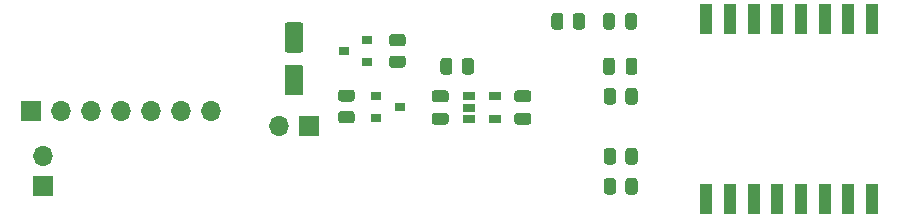
<source format=gbr>
%TF.GenerationSoftware,KiCad,Pcbnew,(5.1.10)-1*%
%TF.CreationDate,2021-06-13T23:34:16+02:00*%
%TF.ProjectId,mailbox_notifier_wifi,6d61696c-626f-4785-9f6e-6f7469666965,rev?*%
%TF.SameCoordinates,Original*%
%TF.FileFunction,Soldermask,Top*%
%TF.FilePolarity,Negative*%
%FSLAX46Y46*%
G04 Gerber Fmt 4.6, Leading zero omitted, Abs format (unit mm)*
G04 Created by KiCad (PCBNEW (5.1.10)-1) date 2021-06-13 23:34:16*
%MOMM*%
%LPD*%
G01*
G04 APERTURE LIST*
%ADD10O,1.700000X1.700000*%
%ADD11R,1.700000X1.700000*%
%ADD12R,1.000000X2.500000*%
%ADD13R,1.060000X0.650000*%
%ADD14R,0.900000X0.800000*%
G04 APERTURE END LIST*
%TO.C,C1*%
G36*
G01*
X131530000Y-86225000D02*
X132630000Y-86225000D01*
G75*
G02*
X132880000Y-86475000I0J-250000D01*
G01*
X132880000Y-88575000D01*
G75*
G02*
X132630000Y-88825000I-250000J0D01*
G01*
X131530000Y-88825000D01*
G75*
G02*
X131280000Y-88575000I0J250000D01*
G01*
X131280000Y-86475000D01*
G75*
G02*
X131530000Y-86225000I250000J0D01*
G01*
G37*
G36*
G01*
X131530000Y-82625000D02*
X132630000Y-82625000D01*
G75*
G02*
X132880000Y-82875000I0J-250000D01*
G01*
X132880000Y-84975000D01*
G75*
G02*
X132630000Y-85225000I-250000J0D01*
G01*
X131530000Y-85225000D01*
G75*
G02*
X131280000Y-84975000I0J250000D01*
G01*
X131280000Y-82875000D01*
G75*
G02*
X131530000Y-82625000I250000J0D01*
G01*
G37*
%TD*%
D10*
%TO.C,J1*%
X125095000Y-90170000D03*
X122555000Y-90170000D03*
X120015000Y-90170000D03*
X117475000Y-90170000D03*
X114935000Y-90170000D03*
X112395000Y-90170000D03*
D11*
X109855000Y-90170000D03*
%TD*%
D10*
%TO.C,BT1*%
X130810000Y-91440000D03*
D11*
X133350000Y-91440000D03*
%TD*%
D10*
%TO.C,SW1*%
X110871000Y-93980000D03*
D11*
X110871000Y-96520000D03*
%TD*%
D12*
%TO.C,U2*%
X181000000Y-97600000D03*
X179000000Y-97600000D03*
X177000000Y-97600000D03*
X175000000Y-97600000D03*
X173000000Y-97600000D03*
X171000000Y-97600000D03*
X169000000Y-97600000D03*
X167000000Y-97600000D03*
X167000000Y-82400000D03*
X169000000Y-82400000D03*
X171000000Y-82400000D03*
X173000000Y-82400000D03*
X175000000Y-82400000D03*
X177000000Y-82400000D03*
X179000000Y-82400000D03*
X181000000Y-82400000D03*
%TD*%
D13*
%TO.C,U1*%
X149065000Y-88905000D03*
X149065000Y-90805000D03*
X146865000Y-90805000D03*
X146865000Y-89855000D03*
X146865000Y-88905000D03*
%TD*%
%TO.C,R7*%
G36*
G01*
X155697500Y-83000002D02*
X155697500Y-82099998D01*
G75*
G02*
X155947498Y-81850000I249998J0D01*
G01*
X156472502Y-81850000D01*
G75*
G02*
X156722500Y-82099998I0J-249998D01*
G01*
X156722500Y-83000002D01*
G75*
G02*
X156472502Y-83250000I-249998J0D01*
G01*
X155947498Y-83250000D01*
G75*
G02*
X155697500Y-83000002I0J249998D01*
G01*
G37*
G36*
G01*
X153872500Y-83000002D02*
X153872500Y-82099998D01*
G75*
G02*
X154122498Y-81850000I249998J0D01*
G01*
X154647502Y-81850000D01*
G75*
G02*
X154897500Y-82099998I0J-249998D01*
G01*
X154897500Y-83000002D01*
G75*
G02*
X154647502Y-83250000I-249998J0D01*
G01*
X154122498Y-83250000D01*
G75*
G02*
X153872500Y-83000002I0J249998D01*
G01*
G37*
%TD*%
%TO.C,R6*%
G36*
G01*
X159342500Y-96069998D02*
X159342500Y-96970002D01*
G75*
G02*
X159092502Y-97220000I-249998J0D01*
G01*
X158567498Y-97220000D01*
G75*
G02*
X158317500Y-96970002I0J249998D01*
G01*
X158317500Y-96069998D01*
G75*
G02*
X158567498Y-95820000I249998J0D01*
G01*
X159092502Y-95820000D01*
G75*
G02*
X159342500Y-96069998I0J-249998D01*
G01*
G37*
G36*
G01*
X161167500Y-96069998D02*
X161167500Y-96970002D01*
G75*
G02*
X160917502Y-97220000I-249998J0D01*
G01*
X160392498Y-97220000D01*
G75*
G02*
X160142500Y-96970002I0J249998D01*
G01*
X160142500Y-96069998D01*
G75*
G02*
X160392498Y-95820000I249998J0D01*
G01*
X160917502Y-95820000D01*
G75*
G02*
X161167500Y-96069998I0J-249998D01*
G01*
G37*
%TD*%
%TO.C,R5*%
G36*
G01*
X160142500Y-94430002D02*
X160142500Y-93529998D01*
G75*
G02*
X160392498Y-93280000I249998J0D01*
G01*
X160917502Y-93280000D01*
G75*
G02*
X161167500Y-93529998I0J-249998D01*
G01*
X161167500Y-94430002D01*
G75*
G02*
X160917502Y-94680000I-249998J0D01*
G01*
X160392498Y-94680000D01*
G75*
G02*
X160142500Y-94430002I0J249998D01*
G01*
G37*
G36*
G01*
X158317500Y-94430002D02*
X158317500Y-93529998D01*
G75*
G02*
X158567498Y-93280000I249998J0D01*
G01*
X159092502Y-93280000D01*
G75*
G02*
X159342500Y-93529998I0J-249998D01*
G01*
X159342500Y-94430002D01*
G75*
G02*
X159092502Y-94680000I-249998J0D01*
G01*
X158567498Y-94680000D01*
G75*
G02*
X158317500Y-94430002I0J249998D01*
G01*
G37*
%TD*%
%TO.C,R4*%
G36*
G01*
X160142500Y-89350002D02*
X160142500Y-88449998D01*
G75*
G02*
X160392498Y-88200000I249998J0D01*
G01*
X160917502Y-88200000D01*
G75*
G02*
X161167500Y-88449998I0J-249998D01*
G01*
X161167500Y-89350002D01*
G75*
G02*
X160917502Y-89600000I-249998J0D01*
G01*
X160392498Y-89600000D01*
G75*
G02*
X160142500Y-89350002I0J249998D01*
G01*
G37*
G36*
G01*
X158317500Y-89350002D02*
X158317500Y-88449998D01*
G75*
G02*
X158567498Y-88200000I249998J0D01*
G01*
X159092502Y-88200000D01*
G75*
G02*
X159342500Y-88449998I0J-249998D01*
G01*
X159342500Y-89350002D01*
G75*
G02*
X159092502Y-89600000I-249998J0D01*
G01*
X158567498Y-89600000D01*
G75*
G02*
X158317500Y-89350002I0J249998D01*
G01*
G37*
%TD*%
%TO.C,R3*%
G36*
G01*
X145499500Y-85909998D02*
X145499500Y-86810002D01*
G75*
G02*
X145249502Y-87060000I-249998J0D01*
G01*
X144724498Y-87060000D01*
G75*
G02*
X144474500Y-86810002I0J249998D01*
G01*
X144474500Y-85909998D01*
G75*
G02*
X144724498Y-85660000I249998J0D01*
G01*
X145249502Y-85660000D01*
G75*
G02*
X145499500Y-85909998I0J-249998D01*
G01*
G37*
G36*
G01*
X147324500Y-85909998D02*
X147324500Y-86810002D01*
G75*
G02*
X147074502Y-87060000I-249998J0D01*
G01*
X146549498Y-87060000D01*
G75*
G02*
X146299500Y-86810002I0J249998D01*
G01*
X146299500Y-85909998D01*
G75*
G02*
X146549498Y-85660000I249998J0D01*
G01*
X147074502Y-85660000D01*
G75*
G02*
X147324500Y-85909998I0J-249998D01*
G01*
G37*
%TD*%
%TO.C,R2*%
G36*
G01*
X140392998Y-83641500D02*
X141293002Y-83641500D01*
G75*
G02*
X141543000Y-83891498I0J-249998D01*
G01*
X141543000Y-84416502D01*
G75*
G02*
X141293002Y-84666500I-249998J0D01*
G01*
X140392998Y-84666500D01*
G75*
G02*
X140143000Y-84416502I0J249998D01*
G01*
X140143000Y-83891498D01*
G75*
G02*
X140392998Y-83641500I249998J0D01*
G01*
G37*
G36*
G01*
X140392998Y-85466500D02*
X141293002Y-85466500D01*
G75*
G02*
X141543000Y-85716498I0J-249998D01*
G01*
X141543000Y-86241502D01*
G75*
G02*
X141293002Y-86491500I-249998J0D01*
G01*
X140392998Y-86491500D01*
G75*
G02*
X140143000Y-86241502I0J249998D01*
G01*
X140143000Y-85716498D01*
G75*
G02*
X140392998Y-85466500I249998J0D01*
G01*
G37*
%TD*%
%TO.C,R1*%
G36*
G01*
X136975002Y-89365500D02*
X136074998Y-89365500D01*
G75*
G02*
X135825000Y-89115502I0J249998D01*
G01*
X135825000Y-88590498D01*
G75*
G02*
X136074998Y-88340500I249998J0D01*
G01*
X136975002Y-88340500D01*
G75*
G02*
X137225000Y-88590498I0J-249998D01*
G01*
X137225000Y-89115502D01*
G75*
G02*
X136975002Y-89365500I-249998J0D01*
G01*
G37*
G36*
G01*
X136975002Y-91190500D02*
X136074998Y-91190500D01*
G75*
G02*
X135825000Y-90940502I0J249998D01*
G01*
X135825000Y-90415498D01*
G75*
G02*
X136074998Y-90165500I249998J0D01*
G01*
X136975002Y-90165500D01*
G75*
G02*
X137225000Y-90415498I0J-249998D01*
G01*
X137225000Y-90940502D01*
G75*
G02*
X136975002Y-91190500I-249998J0D01*
G01*
G37*
%TD*%
D14*
%TO.C,Q2*%
X138287000Y-86040000D03*
X138287000Y-84140000D03*
X136287000Y-85090000D03*
%TD*%
%TO.C,Q1*%
X141035000Y-89789000D03*
X139035000Y-90739000D03*
X139035000Y-88839000D03*
%TD*%
%TO.C,D1*%
G36*
G01*
X160137500Y-83006250D02*
X160137500Y-82093750D01*
G75*
G02*
X160381250Y-81850000I243750J0D01*
G01*
X160868750Y-81850000D01*
G75*
G02*
X161112500Y-82093750I0J-243750D01*
G01*
X161112500Y-83006250D01*
G75*
G02*
X160868750Y-83250000I-243750J0D01*
G01*
X160381250Y-83250000D01*
G75*
G02*
X160137500Y-83006250I0J243750D01*
G01*
G37*
G36*
G01*
X158262500Y-83006250D02*
X158262500Y-82093750D01*
G75*
G02*
X158506250Y-81850000I243750J0D01*
G01*
X158993750Y-81850000D01*
G75*
G02*
X159237500Y-82093750I0J-243750D01*
G01*
X159237500Y-83006250D01*
G75*
G02*
X158993750Y-83250000I-243750J0D01*
G01*
X158506250Y-83250000D01*
G75*
G02*
X158262500Y-83006250I0J243750D01*
G01*
G37*
%TD*%
%TO.C,C4*%
G36*
G01*
X159255000Y-85885000D02*
X159255000Y-86835000D01*
G75*
G02*
X159005000Y-87085000I-250000J0D01*
G01*
X158505000Y-87085000D01*
G75*
G02*
X158255000Y-86835000I0J250000D01*
G01*
X158255000Y-85885000D01*
G75*
G02*
X158505000Y-85635000I250000J0D01*
G01*
X159005000Y-85635000D01*
G75*
G02*
X159255000Y-85885000I0J-250000D01*
G01*
G37*
G36*
G01*
X161155000Y-85885000D02*
X161155000Y-86835000D01*
G75*
G02*
X160905000Y-87085000I-250000J0D01*
G01*
X160405000Y-87085000D01*
G75*
G02*
X160155000Y-86835000I0J250000D01*
G01*
X160155000Y-85885000D01*
G75*
G02*
X160405000Y-85635000I250000J0D01*
G01*
X160905000Y-85635000D01*
G75*
G02*
X161155000Y-85885000I0J-250000D01*
G01*
G37*
%TD*%
%TO.C,C3*%
G36*
G01*
X150990000Y-90305000D02*
X151940000Y-90305000D01*
G75*
G02*
X152190000Y-90555000I0J-250000D01*
G01*
X152190000Y-91055000D01*
G75*
G02*
X151940000Y-91305000I-250000J0D01*
G01*
X150990000Y-91305000D01*
G75*
G02*
X150740000Y-91055000I0J250000D01*
G01*
X150740000Y-90555000D01*
G75*
G02*
X150990000Y-90305000I250000J0D01*
G01*
G37*
G36*
G01*
X150990000Y-88405000D02*
X151940000Y-88405000D01*
G75*
G02*
X152190000Y-88655000I0J-250000D01*
G01*
X152190000Y-89155000D01*
G75*
G02*
X151940000Y-89405000I-250000J0D01*
G01*
X150990000Y-89405000D01*
G75*
G02*
X150740000Y-89155000I0J250000D01*
G01*
X150740000Y-88655000D01*
G75*
G02*
X150990000Y-88405000I250000J0D01*
G01*
G37*
%TD*%
%TO.C,C2*%
G36*
G01*
X143990000Y-90305000D02*
X144940000Y-90305000D01*
G75*
G02*
X145190000Y-90555000I0J-250000D01*
G01*
X145190000Y-91055000D01*
G75*
G02*
X144940000Y-91305000I-250000J0D01*
G01*
X143990000Y-91305000D01*
G75*
G02*
X143740000Y-91055000I0J250000D01*
G01*
X143740000Y-90555000D01*
G75*
G02*
X143990000Y-90305000I250000J0D01*
G01*
G37*
G36*
G01*
X143990000Y-88405000D02*
X144940000Y-88405000D01*
G75*
G02*
X145190000Y-88655000I0J-250000D01*
G01*
X145190000Y-89155000D01*
G75*
G02*
X144940000Y-89405000I-250000J0D01*
G01*
X143990000Y-89405000D01*
G75*
G02*
X143740000Y-89155000I0J250000D01*
G01*
X143740000Y-88655000D01*
G75*
G02*
X143990000Y-88405000I250000J0D01*
G01*
G37*
%TD*%
M02*

</source>
